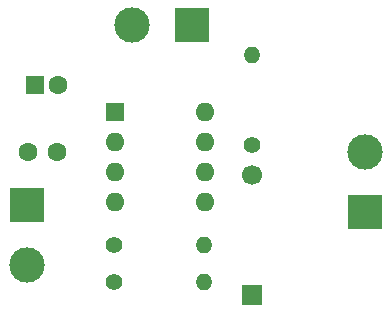
<source format=gbr>
%TF.GenerationSoftware,KiCad,Pcbnew,(5.1.6)-1*%
%TF.CreationDate,2020-06-13T20:27:38+05:30*%
%TF.ProjectId,USING 555,5553494e-4720-4353-9535-2e6b69636164,rev?*%
%TF.SameCoordinates,Original*%
%TF.FileFunction,Copper,L1,Top*%
%TF.FilePolarity,Positive*%
%FSLAX46Y46*%
G04 Gerber Fmt 4.6, Leading zero omitted, Abs format (unit mm)*
G04 Created by KiCad (PCBNEW (5.1.6)-1) date 2020-06-13 20:27:38*
%MOMM*%
%LPD*%
G01*
G04 APERTURE LIST*
%TA.AperFunction,ComponentPad*%
%ADD10R,1.600000X1.600000*%
%TD*%
%TA.AperFunction,ComponentPad*%
%ADD11C,1.600000*%
%TD*%
%TA.AperFunction,ComponentPad*%
%ADD12C,1.699260*%
%TD*%
%TA.AperFunction,ComponentPad*%
%ADD13R,1.699260X1.699260*%
%TD*%
%TA.AperFunction,ComponentPad*%
%ADD14R,3.000000X3.000000*%
%TD*%
%TA.AperFunction,ComponentPad*%
%ADD15C,3.000000*%
%TD*%
%TA.AperFunction,ComponentPad*%
%ADD16C,1.400000*%
%TD*%
%TA.AperFunction,ComponentPad*%
%ADD17O,1.400000X1.400000*%
%TD*%
%TA.AperFunction,ComponentPad*%
%ADD18O,1.600000X1.600000*%
%TD*%
G04 APERTURE END LIST*
D10*
%TO.P,C1,1*%
%TO.N,Net-(C1-Pad1)*%
X129540000Y-86360000D03*
D11*
%TO.P,C1,2*%
%TO.N,GND*%
X131540000Y-86360000D03*
%TD*%
%TO.P,C2,2*%
%TO.N,GND*%
X131445000Y-92075000D03*
%TO.P,C2,1*%
%TO.N,Net-(C2-Pad1)*%
X128945000Y-92075000D03*
%TD*%
D12*
%TO.P,LED,2*%
%TO.N,Net-(D1-Pad2)*%
X147952460Y-93979480D03*
D13*
%TO.P,LED,1*%
%TO.N,GND*%
X147952460Y-104139480D03*
%TD*%
D14*
%TO.P,GND1,1*%
%TO.N,Net-(C2-Pad1)*%
X128905000Y-96520000D03*
D15*
%TO.P,GND1,2*%
%TO.N,GND*%
X128905000Y-101600000D03*
%TD*%
%TO.P,OUT,2*%
%TO.N,GND*%
X157480000Y-92075000D03*
D14*
%TO.P,OUT,1*%
%TO.N,Net-(D1-Pad2)*%
X157480000Y-97155000D03*
%TD*%
D16*
%TO.P,R1,1*%
%TO.N,VCC*%
X136230001Y-99970001D03*
D17*
%TO.P,R1,2*%
%TO.N,Net-(R1-Pad2)*%
X143850001Y-99970001D03*
%TD*%
%TO.P,R2,2*%
%TO.N,Net-(C1-Pad1)*%
X143850001Y-103120001D03*
D16*
%TO.P,R2,1*%
%TO.N,Net-(R1-Pad2)*%
X136230001Y-103120001D03*
%TD*%
%TO.P,R3,1*%
%TO.N,Net-(D1-Pad2)*%
X147955000Y-91440000D03*
D17*
%TO.P,R3,2*%
%TO.N,Net-(R3-Pad2)*%
X147955000Y-83820000D03*
%TD*%
D10*
%TO.P,U1,1*%
%TO.N,GND*%
X136380001Y-88720001D03*
D18*
%TO.P,U1,5*%
%TO.N,Net-(C2-Pad1)*%
X144000001Y-96340001D03*
%TO.P,U1,2*%
%TO.N,Net-(C1-Pad1)*%
X136380001Y-91260001D03*
%TO.P,U1,6*%
X144000001Y-93800001D03*
%TO.P,U1,3*%
%TO.N,Net-(R3-Pad2)*%
X136380001Y-93800001D03*
%TO.P,U1,7*%
%TO.N,Net-(R1-Pad2)*%
X144000001Y-91260001D03*
%TO.P,U1,4*%
%TO.N,VCC*%
X136380001Y-96340001D03*
%TO.P,U1,8*%
X144000001Y-88720001D03*
%TD*%
D14*
%TO.P,VCC,1*%
%TO.N,VCC*%
X142875000Y-81280000D03*
D15*
%TO.P,VCC,2*%
%TO.N,GND*%
X137795000Y-81280000D03*
%TD*%
M02*

</source>
